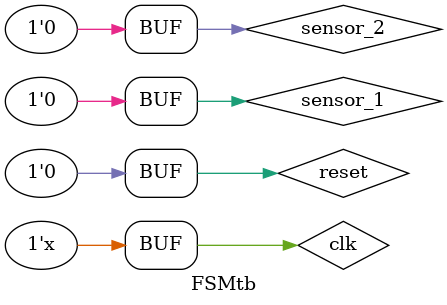
<source format=v>
module FSMtb(

    );
    
    reg clk = 0;
    reg reset = 0;
    reg sensor_1 = 0;
    reg sensor_2 = 0;
    wire count_flag;
    
    always begin
        #5;
        clk = ~clk;
    end
    
    FSM F1(clk,reset,sensor_1,sensor_2,count_flag);
    
    initial begin
        #100;
        sensor_1 = 1;
        sensor_2 = 0;
        #100;
        sensor_1 = 0;
        sensor_2 = 0;
        #100;
        sensor_2 = 1;
        sensor_1 = 0;
        #100;
        sensor_1 = 0;
        sensor_2 = 0;
        #100;
        #100;
        sensor_1 = 1;
        sensor_2 = 0;
        #100;
        sensor_1 = 0;
        sensor_2 = 0;
        #100;
        sensor_2 = 1;
        sensor_1 = 0;
        #100;
        sensor_1 = 0;
        sensor_2 = 0;
        #100;
    end
endmodule

</source>
